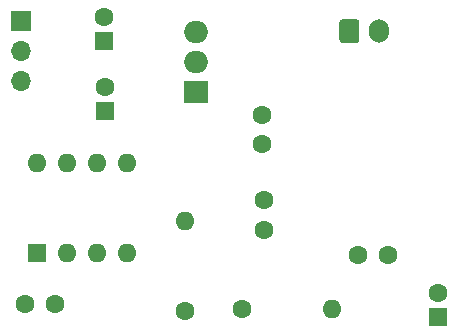
<source format=gbr>
%TF.GenerationSoftware,KiCad,Pcbnew,(5.1.9)-1*%
%TF.CreationDate,2021-03-20T21:05:46-03:00*%
%TF.ProjectId,boto_arm,626f746f-5f61-4726-9d2e-6b696361645f,rev?*%
%TF.SameCoordinates,Original*%
%TF.FileFunction,Soldermask,Bot*%
%TF.FilePolarity,Negative*%
%FSLAX46Y46*%
G04 Gerber Fmt 4.6, Leading zero omitted, Abs format (unit mm)*
G04 Created by KiCad (PCBNEW (5.1.9)-1) date 2021-03-20 21:05:46*
%MOMM*%
%LPD*%
G01*
G04 APERTURE LIST*
%ADD10O,1.700000X2.000000*%
%ADD11R,1.600000X1.600000*%
%ADD12C,1.600000*%
%ADD13R,1.700000X1.700000*%
%ADD14O,1.700000X1.700000*%
%ADD15O,1.600000X1.600000*%
%ADD16R,2.000000X1.905000*%
%ADD17O,2.000000X1.905000*%
G04 APERTURE END LIST*
D10*
%TO.C,J2*%
X95490000Y-70820000D03*
G36*
G01*
X92140000Y-71570000D02*
X92140000Y-70070000D01*
G75*
G02*
X92390000Y-69820000I250000J0D01*
G01*
X93590000Y-69820000D01*
G75*
G02*
X93840000Y-70070000I0J-250000D01*
G01*
X93840000Y-71570000D01*
G75*
G02*
X93590000Y-71820000I-250000J0D01*
G01*
X92390000Y-71820000D01*
G75*
G02*
X92140000Y-71570000I0J250000D01*
G01*
G37*
%TD*%
D11*
%TO.C,C1*%
X72250000Y-71650000D03*
D12*
X72250000Y-69650000D03*
%TD*%
%TO.C,C2*%
X72290000Y-75580000D03*
D11*
X72290000Y-77580000D03*
%TD*%
%TO.C,C3*%
X100530000Y-94980000D03*
D12*
X100530000Y-92980000D03*
%TD*%
%TO.C,C4*%
X85730000Y-87620000D03*
X85730000Y-85120000D03*
%TD*%
%TO.C,C5*%
X96240000Y-89800000D03*
X93740000Y-89800000D03*
%TD*%
%TO.C,C6*%
X68050000Y-93950000D03*
X65550000Y-93950000D03*
%TD*%
%TO.C,C7*%
X85560000Y-80380000D03*
X85560000Y-77880000D03*
%TD*%
D13*
%TO.C,J1*%
X65180000Y-69960000D03*
D14*
X65180000Y-72500000D03*
X65180000Y-75040000D03*
%TD*%
D12*
%TO.C,R1*%
X83860000Y-94370000D03*
D15*
X91480000Y-94370000D03*
%TD*%
%TO.C,R2*%
X79080000Y-86880000D03*
D12*
X79080000Y-94500000D03*
%TD*%
D16*
%TO.C,U1*%
X80030000Y-75970000D03*
D17*
X80030000Y-73430000D03*
X80030000Y-70890000D03*
%TD*%
D11*
%TO.C,U2*%
X66560000Y-89620000D03*
D15*
X74180000Y-82000000D03*
X69100000Y-89620000D03*
X71640000Y-82000000D03*
X71640000Y-89620000D03*
X69100000Y-82000000D03*
X74180000Y-89620000D03*
X66560000Y-82000000D03*
%TD*%
M02*

</source>
